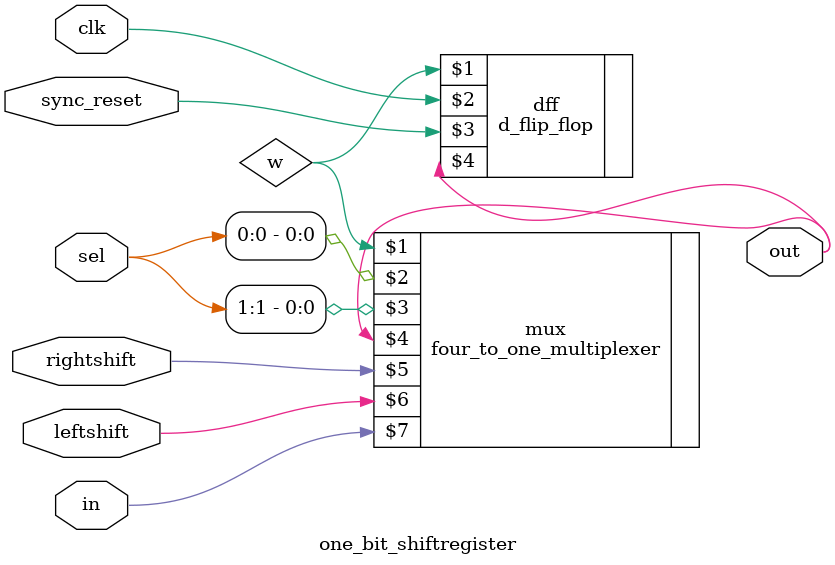
<source format=v>
`include "d_flip_flop.v"
`include "4_to_1_multiplexer.v"

module one_bit_shiftregister(out, in, sel, clk, sync_reset, rightshift, leftshift);

input in;
input clk; 
input rightshift;
input leftshift;  
input sync_reset;
input [1:0] sel;

wire w;

output out;

	four_to_one_multiplexer mux(w, sel[0], sel[1], out, rightshift, leftshift, in);

	d_flip_flop dff(w, clk, sync_reset, out);
    
endmodule

</source>
